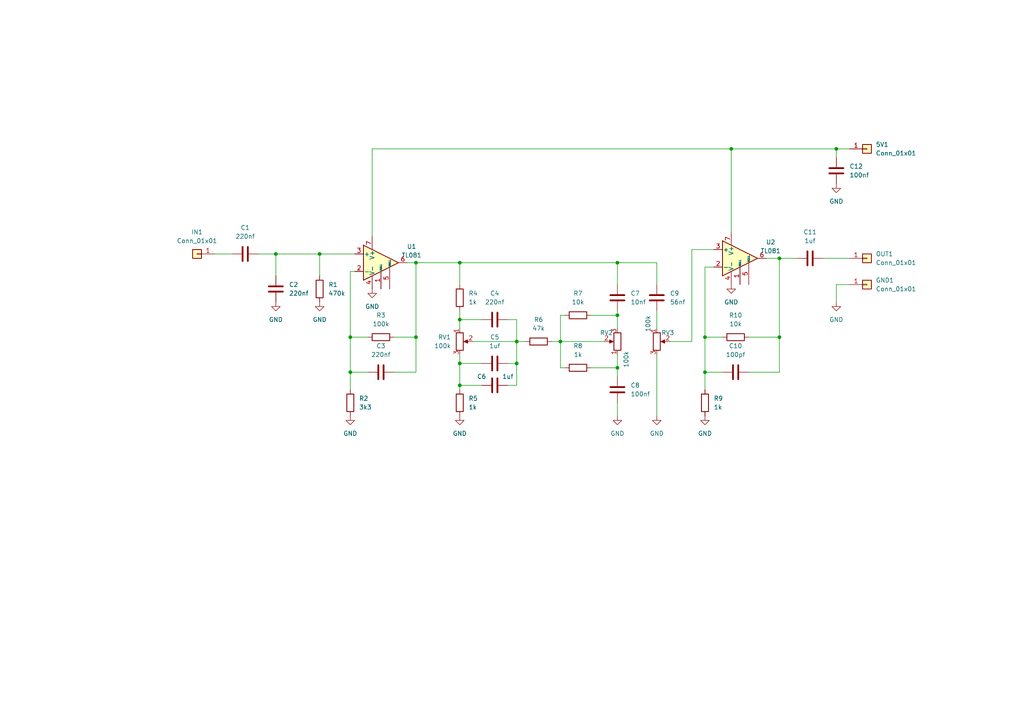
<source format=kicad_sch>
(kicad_sch (version 20211123) (generator eeschema)
  (paper "A4")
  (lib_symbols
    (symbol "Amplifier_Operational:TL081" (pin_names (offset 0.127))
      (property "Reference" "U" (at 0 6.35 0))
      (property "Value" "TL081" (at 0 3.81 0))
      (symbol "TL081_0_1"
        (polyline (pts (xy -5.08 5.08) (xy 5.08 0) (xy -5.08 -5.08) (xy -5.08 5.08)) (stroke (width 0.254)) (fill (type background)))
      )
      (symbol "TL081_1_1"
        (pin input line (at 0 -7.62 90) (length 5.08) (name "NULL") (number "1"))
        (pin input line (at -7.62 -2.54 0) (length 2.54) (name "-") (number "2"))
        (pin input line (at -7.62 2.54 0) (length 2.54) (name "+") (number "3"))
        (pin power_in line (at -2.54 -7.62 90) (length 3.81) (name "V-") (number "4"))
        (pin input line (at 2.54 -7.62 90) (length 6.35) (name "NULL") (number "5"))
        (pin output line (at 7.62 0 180) (length 2.54) (name "~") (number "6"))
        (pin power_in line (at -2.54 7.62 270) (length 3.81) (name "V+") (number "7"))
        (pin no_connect line (at 0 2.54 270) (length 2.54) hide (name "NC") (number "8"))
      )
    )
    (symbol "Connector_Generic:Conn_01x01" (pin_names (offset 1.016) hide)
      (property "Reference" "J" (at 0 2.54 0))
      (property "Value" "Conn_01x01" (at 0 -2.54 0))
      (symbol "Conn_01x01_1_1"
        (rectangle (start -1.27 0.127) (end 0 -0.127) (stroke (width 0.1524)))
        (rectangle (start -1.27 1.27) (end 1.27 -1.27) (stroke (width 0.254)) (fill (type background)))
        (pin passive line (at -5.08 0 0) (length 3.81) (name "Pin_1") (number "1"))
      )
    )
    (symbol "Device:C" (pin_numbers hide) (pin_names (offset 0.254))
      (property "Reference" "C" (at 0.635 2.54 0))
      (property "Value" "C" (at 0.635 -2.54 0))
      (symbol "C_0_1"
        (polyline (pts (xy -2.032 -0.762) (xy 2.032 -0.762)) (stroke (width 0.508)))
        (polyline (pts (xy -2.032 0.762) (xy 2.032 0.762)) (stroke (width 0.508)))
      )
      (symbol "C_1_1"
        (pin passive line (at 0 3.81 270) (length 2.794) (name "~") (number "1"))
        (pin passive line (at 0 -3.81 90) (length 2.794) (name "~") (number "2"))
      )
    )
    (symbol "Device:R" (pin_numbers hide) (pin_names (offset 0))
      (property "Reference" "R" (at 2.032 0 90))
      (property "Value" "R" (at 0 0 90))
      (symbol "R_0_1"
        (rectangle (start -1.016 -2.54) (end 1.016 2.54) (stroke (width 0.254)))
      )
      (symbol "R_1_1"
        (pin passive line (at 0 3.81 270) (length 1.27) (name "~") (number "1"))
        (pin passive line (at 0 -3.81 90) (length 1.27) (name "~") (number "2"))
      )
    )
    (symbol "Device:R_Potentiometer" (pin_names (offset 1.016) hide)
      (property "Reference" "RV" (at -4.445 0 90))
      (property "Value" "R_Potentiometer" (at -2.54 0 90))
      (symbol "R_Potentiometer_0_1"
        (polyline (pts (xy 2.54 0) (xy 1.524 0)))
        (polyline (pts (xy 1.143 0) (xy 2.286 0.508) (xy 2.286 -0.508) (xy 1.143 0)) (fill (type outline)))
        (rectangle (start 1.016 2.54) (end -1.016 -2.54) (stroke (width 0.254)))
      )
      (symbol "R_Potentiometer_1_1"
        (pin passive line (at 0 3.81 270) (length 1.27) (name "1") (number "1"))
        (pin passive line (at 3.81 0 180) (length 1.27) (name "2") (number "2"))
        (pin passive line (at 0 -3.81 90) (length 1.27) (name "3") (number "3"))
      )
    )
    (symbol "power:GND" (power) (pin_names (offset 0))
      (property "Value" "GND" (at 0 -3.81 0))
      (symbol "GND_0_1"
        (polyline (pts (xy 0 0) (xy 0 -1.27) (xy 1.27 -1.27) (xy 0 -2.54) (xy -1.27 -1.27) (xy 0 -1.27)))
      )
      (symbol "GND_1_1"
        (pin power_in line (at 0 0 270) (length 0) hide (name "GND") (number "1"))
      )
    )
  )
  (junction (at 179.07 91.44))
  (junction (at 92.71 73.66))
  (junction (at 101.6 107.95))
  (junction (at 204.47 97.79))
  (junction (at 120.65 76.2))
  (junction (at 226.06 97.79))
  (junction (at 242.57 43.18))
  (junction (at 204.47 107.95))
  (junction (at 149.86 105.41))
  (junction (at 101.6 97.79))
  (junction (at 212.09 43.18))
  (junction (at 120.65 97.79))
  (junction (at 133.35 105.41))
  (junction (at 226.06 74.93))
  (junction (at 80.01 73.66))
  (junction (at 179.07 106.68))
  (junction (at 133.35 111.76))
  (junction (at 179.07 76.2))
  (junction (at 133.35 92.71))
  (junction (at 133.35 76.2))
  (junction (at 149.86 99.06))
  (junction (at 162.56 99.06))
  (wire (pts (xy 133.35 92.71) (xy 139.7 92.71)))
  (wire (pts (xy 226.06 107.95) (xy 226.06 97.79)))
  (wire (pts (xy 114.3 107.95) (xy 120.65 107.95)))
  (wire (pts (xy 179.07 76.2) (xy 133.35 76.2)))
  (wire (pts (xy 133.35 105.41) (xy 139.7 105.41)))
  (wire (pts (xy 179.07 116.84) (xy 179.07 120.65)))
  (wire (pts (xy 149.86 92.71) (xy 149.86 99.06)))
  (wire (pts (xy 217.17 97.79) (xy 226.06 97.79)))
  (wire (pts (xy 171.45 91.44) (xy 179.07 91.44)))
  (wire (pts (xy 133.35 111.76) (xy 133.35 113.03)))
  (wire (pts (xy 101.6 107.95) (xy 101.6 97.79)))
  (wire (pts (xy 162.56 99.06) (xy 162.56 91.44)))
  (wire (pts (xy 204.47 113.03) (xy 204.47 107.95)))
  (wire (pts (xy 171.45 106.68) (xy 179.07 106.68)))
  (wire (pts (xy 212.09 43.18) (xy 212.09 67.31)))
  (wire (pts (xy 133.35 92.71) (xy 133.35 95.25)))
  (wire (pts (xy 101.6 97.79) (xy 101.6 78.74)))
  (wire (pts (xy 101.6 113.03) (xy 101.6 107.95)))
  (wire (pts (xy 147.32 92.71) (xy 149.86 92.71)))
  (wire (pts (xy 179.07 91.44) (xy 179.07 95.25)))
  (wire (pts (xy 242.57 43.18) (xy 212.09 43.18)))
  (wire (pts (xy 204.47 107.95) (xy 204.47 97.79)))
  (wire (pts (xy 149.86 105.41) (xy 147.32 105.41)))
  (wire (pts (xy 194.31 99.06) (xy 200.66 99.06)))
  (wire (pts (xy 207.01 77.47) (xy 204.47 77.47)))
  (wire (pts (xy 147.32 111.76) (xy 149.86 111.76)))
  (wire (pts (xy 204.47 97.79) (xy 209.55 97.79)))
  (wire (pts (xy 149.86 111.76) (xy 149.86 105.41)))
  (wire (pts (xy 190.5 102.87) (xy 190.5 120.65)))
  (wire (pts (xy 74.93 73.66) (xy 80.01 73.66)))
  (wire (pts (xy 149.86 99.06) (xy 149.86 105.41)))
  (wire (pts (xy 242.57 82.55) (xy 246.38 82.55)))
  (wire (pts (xy 226.06 74.93) (xy 231.14 74.93)))
  (wire (pts (xy 133.35 105.41) (xy 133.35 111.76)))
  (wire (pts (xy 190.5 76.2) (xy 179.07 76.2)))
  (wire (pts (xy 200.66 72.39) (xy 207.01 72.39)))
  (wire (pts (xy 107.95 43.18) (xy 107.95 68.58)))
  (wire (pts (xy 226.06 74.93) (xy 222.25 74.93)))
  (wire (pts (xy 133.35 90.17) (xy 133.35 92.71)))
  (wire (pts (xy 92.71 73.66) (xy 102.87 73.66)))
  (wire (pts (xy 212.09 43.18) (xy 107.95 43.18)))
  (wire (pts (xy 101.6 107.95) (xy 106.68 107.95)))
  (wire (pts (xy 242.57 87.63) (xy 242.57 82.55)))
  (wire (pts (xy 179.07 106.68) (xy 179.07 109.22)))
  (wire (pts (xy 179.07 90.17) (xy 179.07 91.44)))
  (wire (pts (xy 204.47 77.47) (xy 204.47 97.79)))
  (wire (pts (xy 92.71 73.66) (xy 92.71 80.01)))
  (wire (pts (xy 114.3 97.79) (xy 120.65 97.79)))
  (wire (pts (xy 246.38 43.18) (xy 242.57 43.18)))
  (wire (pts (xy 133.35 82.55) (xy 133.35 76.2)))
  (wire (pts (xy 120.65 97.79) (xy 120.65 76.2)))
  (wire (pts (xy 133.35 76.2) (xy 120.65 76.2)))
  (wire (pts (xy 133.35 102.87) (xy 133.35 105.41)))
  (wire (pts (xy 80.01 73.66) (xy 92.71 73.66)))
  (wire (pts (xy 242.57 43.18) (xy 242.57 45.72)))
  (wire (pts (xy 133.35 111.76) (xy 139.7 111.76)))
  (wire (pts (xy 190.5 90.17) (xy 190.5 95.25)))
  (wire (pts (xy 120.65 76.2) (xy 118.11 76.2)))
  (wire (pts (xy 200.66 99.06) (xy 200.66 72.39)))
  (wire (pts (xy 101.6 97.79) (xy 106.68 97.79)))
  (wire (pts (xy 226.06 74.93) (xy 226.06 97.79)))
  (wire (pts (xy 162.56 99.06) (xy 175.26 99.06)))
  (wire (pts (xy 238.76 74.93) (xy 246.38 74.93)))
  (wire (pts (xy 190.5 82.55) (xy 190.5 76.2)))
  (wire (pts (xy 80.01 73.66) (xy 80.01 80.01)))
  (wire (pts (xy 149.86 99.06) (xy 152.4 99.06)))
  (wire (pts (xy 120.65 107.95) (xy 120.65 97.79)))
  (wire (pts (xy 179.07 102.87) (xy 179.07 106.68)))
  (wire (pts (xy 160.02 99.06) (xy 162.56 99.06)))
  (wire (pts (xy 162.56 99.06) (xy 162.56 106.68)))
  (wire (pts (xy 62.23 73.66) (xy 67.31 73.66)))
  (wire (pts (xy 101.6 78.74) (xy 102.87 78.74)))
  (wire (pts (xy 204.47 107.95) (xy 209.55 107.95)))
  (wire (pts (xy 179.07 82.55) (xy 179.07 76.2)))
  (wire (pts (xy 137.16 99.06) (xy 149.86 99.06)))
  (wire (pts (xy 217.17 107.95) (xy 226.06 107.95)))
  (wire (pts (xy 162.56 106.68) (xy 163.83 106.68)))
  (wire (pts (xy 162.56 91.44) (xy 163.83 91.44)))
  (symbol (lib_id "Connector_Generic:Conn_01x01") (at 251.46 43.18 0) (unit 1)
    (property "Reference" "5V1" (at 254 41.9099 0) (effects (justify left)))
    (property "Value" "Conn_01x01" (at 254 44.4499 0) (effects (justify left)))
    (property "Footprint" "Connector_PinHeader_2.54mm:PinHeader_1x01_P2.54mm_Vertical" (effects hide))
  )
  (symbol (lib_id "Device:C") (at 242.57 49.53 180) (unit 1)
    (property "Reference" "C12" (at 246.38 48.2599 0) (effects (justify right)))
    (property "Value" "100nf" (at 246.38 50.7999 0) (effects (justify right)))
    (property "Footprint" "Capacitor_SMD:C_0402_1005Metric" (effects hide))
  )
  (symbol (lib_id "Device:R") (at 167.64 106.68 90) (unit 1)
    (property "Reference" "R8" (at 167.64 100.33 90))
    (property "Value" "1k" (at 167.64 102.87 90))
    (property "Footprint" "Resistor_SMD:R_0402_1005Metric" (effects hide))
  )
  (symbol (lib_id "Device:C") (at 179.07 86.36 180) (unit 1)
    (property "Reference" "C7" (at 182.88 85.0899 0) (effects (justify right)))
    (property "Value" "10nf" (at 182.88 87.6299 0) (effects (justify right)))
    (property "Footprint" "Capacitor_SMD:C_0402_1005Metric" (effects hide))
  )
  (symbol (lib_id "Device:R_Potentiometer") (at 190.5 99.06 0) (unit 1)
    (property "Reference" "RV3" (at 195.58 96.52 0) (effects (justify right)))
    (property "Value" "100k" (at 187.96 91.44 90) (effects (justify right)))
    (property "Footprint" "Potentiometer_THT:Potentiometer_ACP_CA9-V10_Vertical" (effects hide))
  )
  (symbol (lib_id "power:GND") (at 133.35 120.65 0) (unit 1)
    (property "Reference" "#PWR0104" (effects hide))
    (property "Value" "GND" (at 133.35 125.73 0))
  )
  (symbol (lib_id "Device:R") (at 101.6 116.84 180) (unit 1)
    (property "Reference" "R2" (at 104.14 115.5699 0) (effects (justify right)))
    (property "Value" "3k3" (at 104.14 118.1099 0) (effects (justify right)))
    (property "Footprint" "Resistor_SMD:R_0402_1005Metric" (effects hide))
  )
  (symbol (lib_id "power:GND") (at 212.09 82.55 0) (unit 1)
    (property "Reference" "#PWR0109" (effects hide))
    (property "Value" "GND" (at 212.09 87.63 0))
  )
  (symbol (lib_id "Device:C") (at 143.51 111.76 90) (unit 1)
    (property "Reference" "C6" (at 139.7 109.22 90))
    (property "Value" "1uf" (at 147.32 109.22 90))
    (property "Footprint" "Capacitor_SMD:C_0402_1005Metric" (effects hide))
  )
  (symbol (lib_id "Device:R") (at 156.21 99.06 90) (unit 1)
    (property "Reference" "R6" (at 156.21 92.71 90))
    (property "Value" "47k" (at 156.21 95.25 90))
    (property "Footprint" "Resistor_SMD:R_0402_1005Metric" (effects hide))
  )
  (symbol (lib_id "Device:R") (at 92.71 83.82 0) (unit 1)
    (property "Reference" "R1" (at 95.25 82.5499 0) (effects (justify left)))
    (property "Value" "470k" (at 95.25 85.0899 0) (effects (justify left)))
    (property "Footprint" "Resistor_SMD:R_0402_1005Metric" (effects hide))
  )
  (symbol (lib_id "Device:C") (at 80.01 83.82 0) (unit 1)
    (property "Reference" "C2" (at 83.82 82.5499 0) (effects (justify left)))
    (property "Value" "220nf" (at 83.82 85.0899 0) (effects (justify left)))
    (property "Footprint" "Capacitor_SMD:C_0402_1005Metric" (effects hide))
  )
  (symbol (lib_id "Device:R") (at 110.49 97.79 90) (unit 1)
    (property "Reference" "R3" (at 110.49 91.44 90))
    (property "Value" "100k" (at 110.49 93.98 90))
    (property "Footprint" "Resistor_SMD:R_0402_1005Metric" (effects hide))
  )
  (symbol (lib_id "Device:R") (at 167.64 91.44 90) (unit 1)
    (property "Reference" "R7" (at 167.64 85.09 90))
    (property "Value" "10k" (at 167.64 87.63 90))
    (property "Footprint" "Resistor_SMD:R_0402_1005Metric" (effects hide))
  )
  (symbol (lib_id "Device:R") (at 213.36 97.79 90) (unit 1)
    (property "Reference" "R10" (at 213.36 91.44 90))
    (property "Value" "10k" (at 213.36 93.98 90))
    (property "Footprint" "Resistor_SMD:R_0402_1005Metric" (effects hide))
  )
  (symbol (lib_id "Device:R") (at 133.35 86.36 180) (unit 1)
    (property "Reference" "R4" (at 135.89 85.0899 0) (effects (justify right)))
    (property "Value" "1k" (at 135.89 87.6299 0) (effects (justify right)))
    (property "Footprint" "Resistor_SMD:R_0402_1005Metric" (effects hide))
  )
  (symbol (lib_id "Device:R_Potentiometer") (at 179.07 99.06 180) (unit 1)
    (property "Reference" "RV2" (at 173.99 96.52 0) (effects (justify right)))
    (property "Value" "100k" (at 181.61 106.68 90) (effects (justify right)))
    (property "Footprint" "Potentiometer_THT:Potentiometer_ACP_CA9-V10_Vertical" (effects hide))
  )
  (symbol (lib_id "Device:C") (at 234.95 74.93 90) (unit 1)
    (property "Reference" "C11" (at 234.95 67.31 90))
    (property "Value" "1uf" (at 234.95 69.85 90))
    (property "Footprint" "Capacitor_SMD:C_0402_1005Metric" (effects hide))
  )
  (symbol (lib_id "Device:R_Potentiometer") (at 133.35 99.06 0) (unit 1)
    (property "Reference" "RV1" (at 130.81 97.7899 0) (effects (justify right)))
    (property "Value" "100k" (at 130.81 100.3299 0) (effects (justify right)))
    (property "Footprint" "Potentiometer_THT:Potentiometer_ACP_CA9-V10_Vertical" (effects hide))
  )
  (symbol (lib_id "power:GND") (at 190.5 120.65 0) (unit 1)
    (property "Reference" "#PWR0107" (effects hide))
    (property "Value" "GND" (at 190.5 125.73 0))
  )
  (symbol (lib_id "Connector_Generic:Conn_01x01") (at 251.46 74.93 0) (unit 1)
    (property "Reference" "OUT1" (at 254 73.6599 0) (effects (justify left)))
    (property "Value" "Conn_01x01" (at 254 76.1999 0) (effects (justify left)))
    (property "Footprint" "Connector_PinHeader_2.54mm:PinHeader_1x01_P2.54mm_Vertical" (effects hide))
  )
  (symbol (lib_id "Connector_Generic:Conn_01x01") (at 57.15 73.66 180) (unit 1)
    (property "Reference" "IN1" (at 57.15 67.31 0))
    (property "Value" "Conn_01x01" (at 57.15 69.85 0))
    (property "Footprint" "Connector_PinHeader_2.54mm:PinHeader_1x01_P2.54mm_Vertical" (effects hide))
  )
  (symbol (lib_id "power:GND") (at 101.6 120.65 0) (unit 1)
    (property "Reference" "#PWR0105" (effects hide))
    (property "Value" "GND" (at 101.6 125.73 0))
  )
  (symbol (lib_id "power:GND") (at 107.95 83.82 0) (unit 1)
    (property "Reference" "#PWR0103" (effects hide))
    (property "Value" "GND" (at 107.95 88.9 0))
  )
  (symbol (lib_id "power:GND") (at 179.07 120.65 0) (unit 1)
    (property "Reference" "#PWR0106" (effects hide))
    (property "Value" "GND" (at 179.07 125.73 0))
  )
  (symbol (lib_id "power:GND") (at 204.47 120.65 0) (unit 1)
    (property "Reference" "#PWR0108" (effects hide))
    (property "Value" "GND" (at 204.47 125.73 0))
  )
  (symbol (lib_id "Device:C") (at 71.12 73.66 90) (unit 1)
    (property "Reference" "C1" (at 71.12 66.04 90))
    (property "Value" "220nf" (at 71.12 68.58 90))
    (property "Footprint" "Capacitor_SMD:C_0402_1005Metric" (effects hide))
  )
  (symbol (lib_id "power:GND") (at 80.01 87.63 0) (unit 1)
    (property "Reference" "#PWR0101" (effects hide))
    (property "Value" "GND" (at 80.01 92.71 0))
  )
  (symbol (lib_id "Amplifier_Operational:TL081") (at 214.63 74.93 0) (unit 1)
    (property "Reference" "U2" (at 223.52 70.231 0))
    (property "Value" "TL081" (at 223.52 72.771 0))
    (property "Footprint" "Package_SO:SOIC-8-1EP_3.9x4.9mm_P1.27mm_EP2.29x3mm" (effects hide))
    (property "Datasheet" "http://www.ti.com/lit/ds/symlink/tl081.pdf" (effects hide))
  )
  (symbol (lib_id "Device:C") (at 213.36 107.95 90) (unit 1)
    (property "Reference" "C10" (at 213.36 100.33 90))
    (property "Value" "100pf" (at 213.36 102.87 90))
    (property "Footprint" "Capacitor_SMD:C_0402_1005Metric" (effects hide))
  )
  (symbol (lib_id "power:GND") (at 242.57 87.63 0) (unit 1)
    (property "Reference" "#PWR0110" (effects hide))
    (property "Value" "GND" (at 242.57 92.71 0))
  )
  (symbol (lib_id "Device:C") (at 179.07 113.03 180) (unit 1)
    (property "Reference" "C8" (at 182.88 111.7599 0) (effects (justify right)))
    (property "Value" "100nf" (at 182.88 114.2999 0) (effects (justify right)))
    (property "Footprint" "Capacitor_SMD:C_0402_1005Metric" (effects hide))
  )
  (symbol (lib_id "Device:C") (at 143.51 105.41 90) (unit 1)
    (property "Reference" "C5" (at 143.51 97.79 90))
    (property "Value" "1uf" (at 143.51 100.33 90))
    (property "Footprint" "Capacitor_SMD:C_0402_1005Metric" (effects hide))
  )
  (symbol (lib_id "Device:R") (at 204.47 116.84 180) (unit 1)
    (property "Reference" "R9" (at 207.01 115.5699 0) (effects (justify right)))
    (property "Value" "1k" (at 207.01 118.1099 0) (effects (justify right)))
    (property "Footprint" "Resistor_SMD:R_0402_1005Metric" (effects hide))
  )
  (symbol (lib_id "power:GND") (at 242.57 53.34 0) (unit 1)
    (property "Reference" "#PWR0111" (effects hide))
    (property "Value" "GND" (at 242.57 58.42 0))
  )
  (symbol (lib_id "Device:C") (at 110.49 107.95 90) (unit 1)
    (property "Reference" "C3" (at 110.49 100.33 90))
    (property "Value" "220nf" (at 110.49 102.87 90))
    (property "Footprint" "Capacitor_SMD:C_0402_1005Metric" (effects hide))
  )
  (symbol (lib_id "Amplifier_Operational:TL081") (at 110.49 76.2 0) (unit 1)
    (property "Reference" "U1" (at 119.38 71.501 0))
    (property "Value" "TL081" (at 119.38 74.041 0))
    (property "Footprint" "Package_SO:SOIC-8-1EP_3.9x4.9mm_P1.27mm_EP2.29x3mm" (effects hide))
    (property "Datasheet" "http://www.ti.com/lit/ds/symlink/tl081.pdf" (effects hide))
  )
  (symbol (lib_id "Device:R") (at 133.35 116.84 180) (unit 1)
    (property "Reference" "R5" (at 135.89 115.5699 0) (effects (justify right)))
    (property "Value" "1k" (at 135.89 118.1099 0) (effects (justify right)))
    (property "Footprint" "Resistor_SMD:R_0402_1005Metric" (effects hide))
  )
  (symbol (lib_id "Connector_Generic:Conn_01x01") (at 251.46 82.55 0) (unit 1)
    (property "Reference" "GND1" (at 254 81.2799 0) (effects (justify left)))
    (property "Value" "Conn_01x01" (at 254 83.8199 0) (effects (justify left)))
    (property "Footprint" "Connector_PinHeader_2.54mm:PinHeader_1x01_P2.54mm_Vertical" (effects hide))
  )
  (symbol (lib_id "Device:C") (at 190.5 86.36 180) (unit 1)
    (property "Reference" "C9" (at 194.31 85.0899 0) (effects (justify right)))
    (property "Value" "56nf" (at 194.31 87.6299 0) (effects (justify right)))
    (property "Footprint" "Capacitor_SMD:C_0402_1005Metric" (effects hide))
  )
  (symbol (lib_id "power:GND") (at 92.71 87.63 0) (unit 1)
    (property "Reference" "#PWR0102" (effects hide))
    (property "Value" "GND" (at 92.71 92.71 0))
  )
  (symbol (lib_id "Device:C") (at 143.51 92.71 90) (unit 1)
    (property "Reference" "C4" (at 143.51 85.09 90))
    (property "Value" "220nf" (at 143.51 87.63 90))
    (property "Footprint" "Capacitor_SMD:C_0402_1005Metric" (effects hide))
  )
)
</source>
